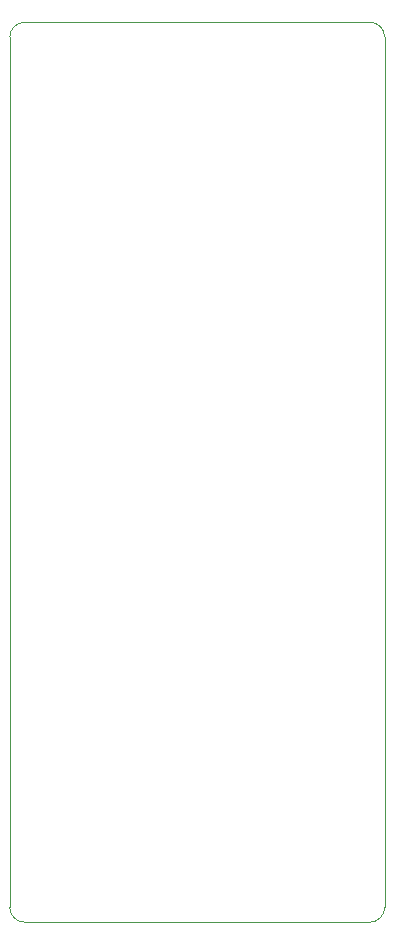
<source format=gbr>
%TF.GenerationSoftware,KiCad,Pcbnew,5.1.10-88a1d61d58~88~ubuntu20.04.1*%
%TF.CreationDate,2021-05-28T23:30:33+02:00*%
%TF.ProjectId,wt32-eth01-programmer,77743332-2d65-4746-9830-312d70726f67,rev?*%
%TF.SameCoordinates,Original*%
%TF.FileFunction,Legend,Bot*%
%TF.FilePolarity,Positive*%
%FSLAX46Y46*%
G04 Gerber Fmt 4.6, Leading zero omitted, Abs format (unit mm)*
G04 Created by KiCad (PCBNEW 5.1.10-88a1d61d58~88~ubuntu20.04.1) date 2021-05-28 23:30:33*
%MOMM*%
%LPD*%
G01*
G04 APERTURE LIST*
%TA.AperFunction,Profile*%
%ADD10C,0.050000*%
%TD*%
G04 APERTURE END LIST*
D10*
X50800000Y-45720000D02*
G75*
G02*
X52070000Y-44450000I1270000J0D01*
G01*
X52070000Y-120650000D02*
G75*
G02*
X50800000Y-119380000I0J1270000D01*
G01*
X82550000Y-119380000D02*
G75*
G02*
X81280000Y-120650000I-1270000J0D01*
G01*
X81280000Y-44450000D02*
G75*
G02*
X82550000Y-45720000I0J-1270000D01*
G01*
X50800000Y-45720000D02*
X50800000Y-119380000D01*
X81280000Y-44450000D02*
X52070000Y-44450000D01*
X82550000Y-119380000D02*
X82550000Y-45720000D01*
X52070000Y-120650000D02*
X81280000Y-120650000D01*
M02*

</source>
